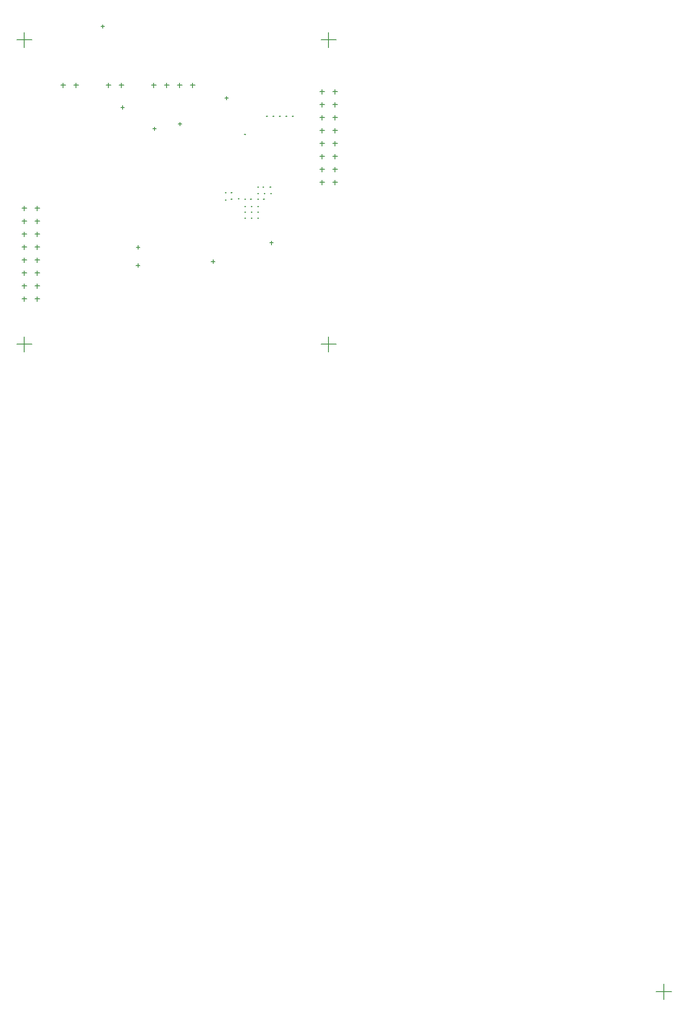
<source format=gbr>
%TF.GenerationSoftware,Altium Limited,Altium Designer,18.0.12 (696)*%
G04 Layer_Color=128*
%FSLAX26Y26*%
%MOIN*%
%TF.FileFunction,Drillmap*%
%TF.Part,Single*%
G01*
G75*
%TA.AperFunction,NonConductor*%
%ADD104C,0.005000*%
D104*
X1801063Y975000D02*
X1808937D01*
X1805000Y971063D02*
Y978937D01*
X1751063Y975000D02*
X1758937D01*
X1755000Y971063D02*
Y978937D01*
X1701063Y975000D02*
X1708937D01*
X1705000Y971063D02*
Y978937D01*
X1596063Y1120000D02*
X1603937D01*
X1600000Y1116063D02*
Y1123937D01*
X1596063Y1170000D02*
X1603937D01*
X1600000Y1166063D02*
Y1173937D01*
X1551063Y1115000D02*
X1558937D01*
X1555000Y1111063D02*
Y1118937D01*
X1551063Y1170000D02*
X1558937D01*
X1555000Y1166063D02*
Y1173937D01*
X1651063Y1125000D02*
X1658937D01*
X1655000Y1121063D02*
Y1128937D01*
X1801063Y1215000D02*
X1808937D01*
X1805000Y1211063D02*
Y1218937D01*
X1841063Y1215000D02*
X1848937D01*
X1845000Y1211063D02*
Y1218937D01*
X1896063Y1215000D02*
X1903937D01*
X1900000Y1211063D02*
Y1218937D01*
X1901063Y1165000D02*
X1908937D01*
X1905000Y1161063D02*
Y1168937D01*
X1846063Y1120000D02*
X1853937D01*
X1850000Y1116063D02*
Y1123937D01*
X1851063Y1165000D02*
X1858937D01*
X1855000Y1161063D02*
Y1168937D01*
X1801063Y1165000D02*
X1808937D01*
X1805000Y1161063D02*
Y1168937D01*
X1701063Y1120000D02*
X1708937D01*
X1705000Y1116063D02*
Y1123937D01*
X1746063Y1120000D02*
X1753937D01*
X1750000Y1116063D02*
Y1123937D01*
X1801063Y1120000D02*
X1808937D01*
X1805000Y1116063D02*
Y1123937D01*
X1801063Y1065000D02*
X1808937D01*
X1805000Y1061063D02*
Y1068937D01*
X1801063Y1020000D02*
X1808937D01*
X1805000Y1016063D02*
Y1023937D01*
X1701063Y1020000D02*
X1708937D01*
X1705000Y1016063D02*
Y1023937D01*
X1701063Y1065000D02*
X1708937D01*
X1705000Y1061063D02*
Y1068937D01*
X1751063Y1065000D02*
X1758937D01*
X1755000Y1061063D02*
Y1068937D01*
X1751063Y1020000D02*
X1758937D01*
X1755000Y1016063D02*
Y1023937D01*
X282087Y2000000D02*
X317913D01*
X300000Y1982087D02*
Y2017913D01*
X382087Y2000000D02*
X417913D01*
X400000Y1982087D02*
Y2017913D01*
X732087Y2000000D02*
X767913D01*
X750000Y1982087D02*
Y2017913D01*
X632087Y2000000D02*
X667913D01*
X650000Y1982087D02*
Y2017913D01*
X1281299Y2000000D02*
X1318701D01*
X1300000Y1981299D02*
Y2018701D01*
X1181299Y2000000D02*
X1218701D01*
X1200000Y1981299D02*
Y2018701D01*
X1081299Y2000000D02*
X1118701D01*
X1100000Y1981299D02*
Y2018701D01*
X981299Y2000000D02*
X1018701D01*
X1000000Y1981299D02*
Y2018701D01*
X2382087Y1950000D02*
X2417913D01*
X2400000Y1932087D02*
Y1967913D01*
X2382087Y1850000D02*
X2417913D01*
X2400000Y1832087D02*
Y1867913D01*
X2382087Y1750000D02*
X2417913D01*
X2400000Y1732087D02*
Y1767913D01*
X2382087Y1650000D02*
X2417913D01*
X2400000Y1632087D02*
Y1667913D01*
X2382087Y1550000D02*
X2417913D01*
X2400000Y1532087D02*
Y1567913D01*
X2282087Y1950000D02*
X2317913D01*
X2300000Y1932087D02*
Y1967913D01*
X2282087Y1850000D02*
X2317913D01*
X2300000Y1832087D02*
Y1867913D01*
X2282087Y1750000D02*
X2317913D01*
X2300000Y1732087D02*
Y1767913D01*
X2282087Y1650000D02*
X2317913D01*
X2300000Y1632087D02*
Y1667913D01*
X2282087Y1550000D02*
X2317913D01*
X2300000Y1532087D02*
Y1567913D01*
X2382087Y1450000D02*
X2417913D01*
X2400000Y1432087D02*
Y1467913D01*
X2382087Y1350000D02*
X2417913D01*
X2400000Y1332087D02*
Y1367913D01*
X2382087Y1250000D02*
X2417913D01*
X2400000Y1232087D02*
Y1267913D01*
X2282087Y1450000D02*
X2317913D01*
X2300000Y1432087D02*
Y1467913D01*
X2282087Y1350000D02*
X2317913D01*
X2300000Y1332087D02*
Y1367913D01*
X2282087Y1250000D02*
X2317913D01*
X2300000Y1232087D02*
Y1267913D01*
X82087Y1050000D02*
X117913D01*
X100000Y1032087D02*
Y1067913D01*
X82087Y950000D02*
X117913D01*
X100000Y932087D02*
Y967913D01*
X82087Y850000D02*
X117913D01*
X100000Y832087D02*
Y867913D01*
X82087Y750000D02*
X117913D01*
X100000Y732087D02*
Y767913D01*
X82087Y650000D02*
X117913D01*
X100000Y632087D02*
Y667913D01*
X-17913Y1050000D02*
X17913D01*
X0Y1032087D02*
Y1067913D01*
X-17913Y950000D02*
X17913D01*
X0Y932087D02*
Y967913D01*
X-17913Y850000D02*
X17913D01*
X0Y832087D02*
Y867913D01*
X-17913Y750000D02*
X17913D01*
X0Y732087D02*
Y767913D01*
X-17913Y650000D02*
X17913D01*
X0Y632087D02*
Y667913D01*
X82087Y550000D02*
X117913D01*
X100000Y532087D02*
Y567913D01*
X82087Y450000D02*
X117913D01*
X100000Y432087D02*
Y467913D01*
X82087Y350000D02*
X117913D01*
X100000Y332087D02*
Y367913D01*
X-17913Y550000D02*
X17913D01*
X0Y532087D02*
Y567913D01*
X-17913Y450000D02*
X17913D01*
X0Y432087D02*
Y467913D01*
X-17913Y350000D02*
X17913D01*
X0Y332087D02*
Y367913D01*
X4879489Y-4999140D02*
X4997599D01*
X4938544Y-5058195D02*
Y-4940085D01*
X-59055Y0D02*
X59055D01*
X0Y-59055D02*
Y59055D01*
X2290945Y0D02*
X2409055D01*
X2350000Y-59055D02*
Y59055D01*
X-59055Y2350000D02*
X59055D01*
X0Y2290945D02*
Y2409055D01*
X2290945Y2350000D02*
X2409055D01*
X2350000Y2290945D02*
Y2409055D01*
X1443000Y639000D02*
X1471000D01*
X1457000Y625000D02*
Y653000D01*
X1895000Y783000D02*
X1923000D01*
X1909000Y769000D02*
Y797000D01*
X991000Y1664000D02*
X1019000D01*
X1005000Y1650000D02*
Y1678000D01*
X1187000Y1700000D02*
X1215000D01*
X1201000Y1686000D02*
Y1714000D01*
X1548000Y1901000D02*
X1576000D01*
X1562000Y1887000D02*
Y1915000D01*
X863000Y609000D02*
X891000D01*
X877000Y595000D02*
Y623000D01*
X864000Y749000D02*
X892000D01*
X878000Y735000D02*
Y763000D01*
X745000Y1829000D02*
X773000D01*
X759000Y1815000D02*
Y1843000D01*
X591000Y2455000D02*
X619000D01*
X605000Y2441000D02*
Y2469000D01*
X1700079Y1621000D02*
X1709921D01*
X1705000Y1616079D02*
Y1625921D01*
X1868079Y1761000D02*
X1877921D01*
X1873000Y1756079D02*
Y1765921D01*
X1918079Y1761000D02*
X1927921D01*
X1923000Y1756079D02*
Y1765921D01*
X1968079Y1761000D02*
X1977921D01*
X1973000Y1756079D02*
Y1765921D01*
X2018079Y1761000D02*
X2027921D01*
X2023000Y1756079D02*
Y1765921D01*
X2068079Y1761000D02*
X2077921D01*
X2073000Y1756079D02*
Y1765921D01*
%TF.MD5,3fb97ee63270448932dbbe746d3ee22f*%
M02*

</source>
